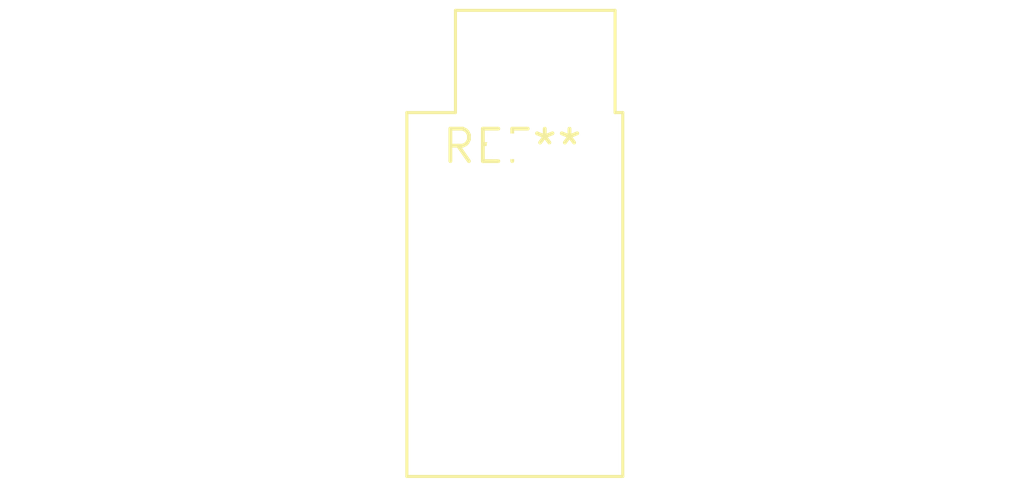
<source format=kicad_pcb>
(kicad_pcb (version 20240108) (generator pcbnew)
  (layers (0 "F.Cu" signal) (31 "B.Cu" signal) (34 "B.Paste" user) (35 "F.Paste" user) (36 "B.SilkS" user "B.Silkscreen") (37 "F.SilkS" user "F.Silkscreen") (38 "B.Mask" user) (39 "F.Mask" user) (44 "Edge.Cuts" user))
  (net 0 "")
  (footprint "Jack_3.5mm_CUI_SJ1-3533NG_Horizontal" (layer "F.Cu") (at 0 0)
    (property "Reference" "REF**")
    (property "Value" "Jack_3.5mm_CUI_SJ1-3533NG_Horizontal")
    (fp_line (start -4.12 -1.32) (end -2.22 -1.32) (layer "F.SilkS") (stroke (width 0.12)))
    (fp_line (start -4.12 12.92) (end -4.12 -1.32) (layer "F.SilkS") (stroke (width 0.12)))
    (fp_line (start -2.22 -5.32) (end 4.02 -5.32) (layer "F.SilkS") (stroke (width 0.12)))
    (fp_line (start -2.22 -1.32) (end -2.22 -5.32) (layer "F.SilkS") (stroke (width 0.12)))
    (fp_line (start 4.02 -5.32) (end 4.02 -1.32) (layer "F.SilkS") (stroke (width 0.12)))
    (fp_line (start 4.02 -1.32) (end 4.32 -1.32) (layer "F.SilkS") (stroke (width 0.12)))
    (fp_line (start 4.32 -1.32) (end 4.32 12.92) (layer "F.SilkS") (stroke (width 0.12)))
    (fp_line (start 4.32 12.92) (end -4.12 12.92) (layer "F.SilkS") (stroke (width 0.12)))
    (pad "R" thru_hole oval (at 2 7.9) (size 2.8 1.8) (drill oval 2 1) (layers *.Cu *.Mask) (remove_unused_layers))
    (pad "S" thru_hole oval (at 0 0) (size 2.8 1.8) (drill oval 2 1) (layers *.Cu *.Mask) (remove_unused_layers))
    (pad "T" thru_hole oval (at 2 2.4) (size 2.8 1.8) (drill oval 2 1) (layers *.Cu *.Mask) (remove_unused_layers))
  )
)
</source>
